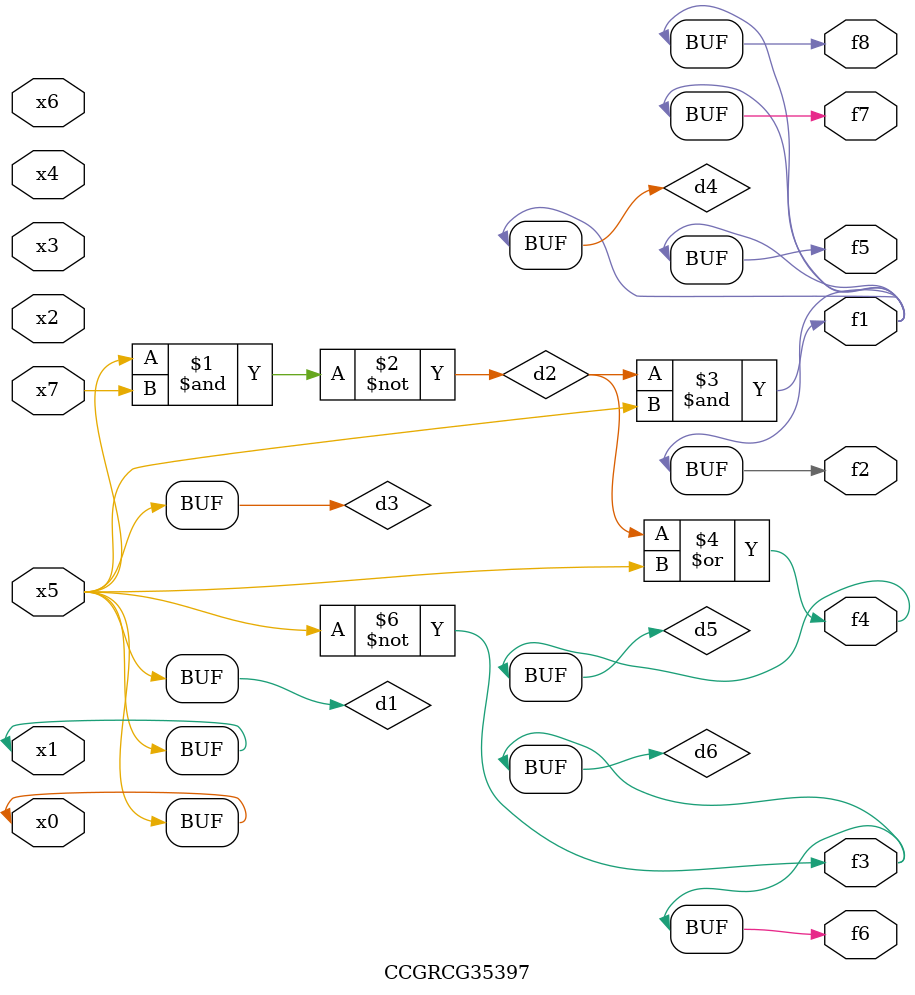
<source format=v>
module CCGRCG35397(
	input x0, x1, x2, x3, x4, x5, x6, x7,
	output f1, f2, f3, f4, f5, f6, f7, f8
);

	wire d1, d2, d3, d4, d5, d6;

	buf (d1, x0, x5);
	nand (d2, x5, x7);
	buf (d3, x0, x1);
	and (d4, d2, d3);
	or (d5, d2, d3);
	nor (d6, d1, d3);
	assign f1 = d4;
	assign f2 = d4;
	assign f3 = d6;
	assign f4 = d5;
	assign f5 = d4;
	assign f6 = d6;
	assign f7 = d4;
	assign f8 = d4;
endmodule

</source>
